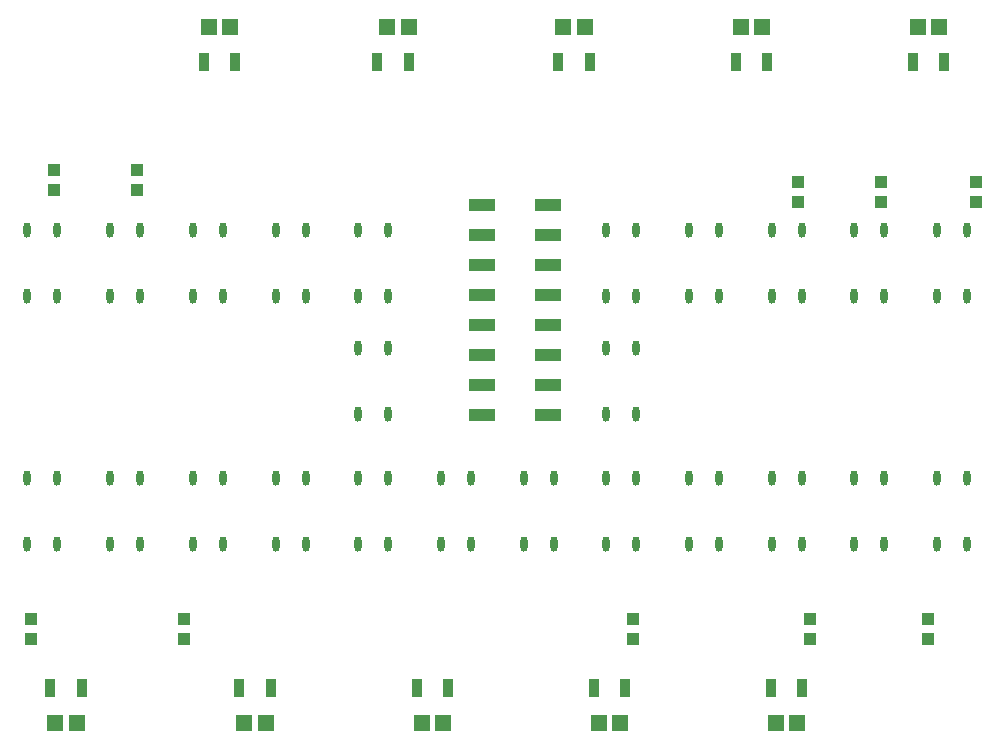
<source format=gtp>
G04*
G04 #@! TF.GenerationSoftware,Altium Limited,Altium Designer,20.2.6 (244)*
G04*
G04 Layer_Color=8421504*
%FSLAX25Y25*%
%MOIN*%
G70*
G04*
G04 #@! TF.SameCoordinates,2EE7C390-26CC-4BF3-962D-CD276D7F8964*
G04*
G04*
G04 #@! TF.FilePolarity,Positive*
G04*
G01*
G75*
%ADD13R,0.04182X0.04469*%
%ADD14R,0.03543X0.06102*%
%ADD15R,0.05500X0.05800*%
%ADD16O,0.02362X0.05118*%
%ADD17R,0.08740X0.04016*%
D13*
X488189Y326045D02*
D03*
Y319624D02*
D03*
X181102Y329982D02*
D03*
Y323561D02*
D03*
X208661Y329982D02*
D03*
Y323561D02*
D03*
X429134Y326045D02*
D03*
Y319624D02*
D03*
X456693Y326045D02*
D03*
Y319624D02*
D03*
X472441Y173955D02*
D03*
Y180376D02*
D03*
X173228Y173955D02*
D03*
Y180376D02*
D03*
X224410Y173955D02*
D03*
Y180376D02*
D03*
X374016Y173955D02*
D03*
Y180376D02*
D03*
X433071Y173955D02*
D03*
Y180376D02*
D03*
D14*
X190256Y157480D02*
D03*
X179823D02*
D03*
X430413D02*
D03*
X419980D02*
D03*
X477658Y366142D02*
D03*
X467224D02*
D03*
X241437D02*
D03*
X231004D02*
D03*
X360925Y157480D02*
D03*
X371358D02*
D03*
X301870D02*
D03*
X312303D02*
D03*
X242815D02*
D03*
X253248D02*
D03*
X408169Y366142D02*
D03*
X418602D02*
D03*
X349114D02*
D03*
X359547D02*
D03*
X288779D02*
D03*
X299213D02*
D03*
D15*
X188586Y145669D02*
D03*
X181493D02*
D03*
X428743D02*
D03*
X421651D02*
D03*
X475987Y377953D02*
D03*
X468894D02*
D03*
X239767D02*
D03*
X232674D02*
D03*
X362595Y145669D02*
D03*
X369688D02*
D03*
X303540D02*
D03*
X310633D02*
D03*
X244485D02*
D03*
X251578D02*
D03*
X409839Y377953D02*
D03*
X416932D02*
D03*
X350784D02*
D03*
X357877D02*
D03*
X292120D02*
D03*
X299213D02*
D03*
D16*
X182165Y310236D02*
D03*
X172165D02*
D03*
Y288189D02*
D03*
X182165D02*
D03*
X430197D02*
D03*
X420197D02*
D03*
Y310236D02*
D03*
X430197D02*
D03*
X457756Y288189D02*
D03*
X447756D02*
D03*
Y310236D02*
D03*
X457756D02*
D03*
X485315Y288189D02*
D03*
X475315D02*
D03*
Y310236D02*
D03*
X485315D02*
D03*
X402638Y205512D02*
D03*
X392638D02*
D03*
Y227559D02*
D03*
X402638D02*
D03*
X319961Y205512D02*
D03*
X309961D02*
D03*
Y227559D02*
D03*
X319961D02*
D03*
X375079Y248819D02*
D03*
X365079D02*
D03*
Y270866D02*
D03*
X375079D02*
D03*
Y288189D02*
D03*
X365079D02*
D03*
Y310236D02*
D03*
X375079D02*
D03*
X402638Y288189D02*
D03*
X392638D02*
D03*
Y310236D02*
D03*
X402638D02*
D03*
X475315Y227559D02*
D03*
X485315D02*
D03*
Y205512D02*
D03*
X475315D02*
D03*
X447756Y227559D02*
D03*
X457756D02*
D03*
Y205512D02*
D03*
X447756D02*
D03*
X420197Y227559D02*
D03*
X430197D02*
D03*
Y205512D02*
D03*
X420197D02*
D03*
X199724Y227559D02*
D03*
X209724D02*
D03*
Y205512D02*
D03*
X199724D02*
D03*
X172165Y227559D02*
D03*
X182165Y205512D02*
D03*
Y227559D02*
D03*
X172165Y205512D02*
D03*
X264843Y288189D02*
D03*
X254842D02*
D03*
Y310236D02*
D03*
X264843D02*
D03*
X375079Y205512D02*
D03*
X365079D02*
D03*
Y227559D02*
D03*
X375079D02*
D03*
X347520Y205512D02*
D03*
X337520D02*
D03*
Y227559D02*
D03*
X347520D02*
D03*
X292402Y288189D02*
D03*
X282402D02*
D03*
Y310236D02*
D03*
X292402D02*
D03*
Y248819D02*
D03*
X282402D02*
D03*
Y270866D02*
D03*
X292402D02*
D03*
X237283Y205512D02*
D03*
X227284D02*
D03*
Y227559D02*
D03*
X237283D02*
D03*
X264843Y205512D02*
D03*
X254842D02*
D03*
Y227559D02*
D03*
X264843D02*
D03*
X292402Y205512D02*
D03*
X282402D02*
D03*
Y227559D02*
D03*
X292402D02*
D03*
X237283Y310236D02*
D03*
X227284D02*
D03*
Y288189D02*
D03*
X237283D02*
D03*
X209724Y310236D02*
D03*
X199724D02*
D03*
Y288189D02*
D03*
X209724D02*
D03*
D17*
X323524Y248465D02*
D03*
X345768D02*
D03*
X323524Y258465D02*
D03*
X345768D02*
D03*
X323524Y268465D02*
D03*
X345768D02*
D03*
X323524Y278465D02*
D03*
X345768D02*
D03*
X323524Y288465D02*
D03*
X345768D02*
D03*
X323524Y298465D02*
D03*
X345768D02*
D03*
X323524Y308465D02*
D03*
X345768D02*
D03*
X323524Y318465D02*
D03*
X345768D02*
D03*
M02*

</source>
